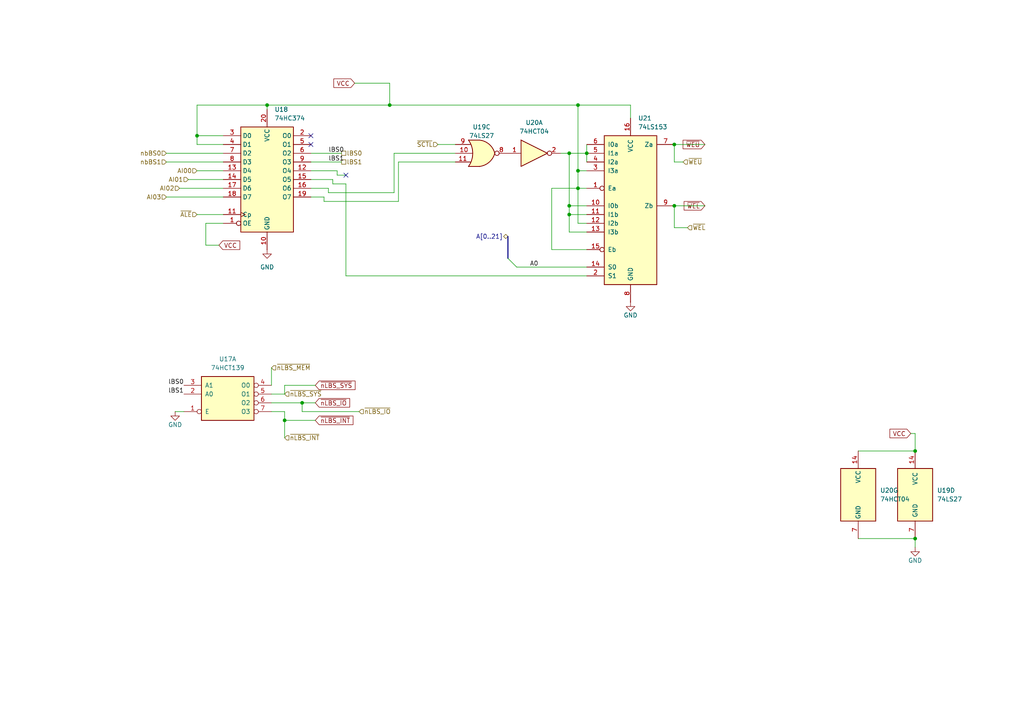
<source format=kicad_sch>
(kicad_sch (version 20250114) (generator "eeschema") (generator_version "9.0")
  (paper "A4")
  (lib_symbols
    (symbol "74xx:74HC374"
      (property "Reference" "U" (at -7.62 16.51 0))
      (property "Value" "74HC374" (at -7.62 -16.51 0))
      (symbol "74HC374_1_0"
        (pin input line (at -12.7 12.7 0) (length 5.08) (name "D0") (number "3"))
        (pin input line (at -12.7 10.16 0) (length 5.08) (name "D1") (number "4"))
        (pin input line (at -12.7 7.62 0) (length 5.08) (name "D2") (number "7"))
        (pin input line (at -12.7 5.08 0) (length 5.08) (name "D3") (number "8"))
        (pin input line (at -12.7 2.54 0) (length 5.08) (name "D4") (number "13"))
        (pin input line (at -12.7 0 0) (length 5.08) (name "D5") (number "14"))
        (pin input line (at -12.7 -2.54 0) (length 5.08) (name "D6") (number "17"))
        (pin input line (at -12.7 -5.08 0) (length 5.08) (name "D7") (number "18"))
        (pin input clock (at -12.7 -10.16 0) (length 5.08) (name "Cp") (number "11"))
        (pin input inverted (at -12.7 -12.7 0) (length 5.08) (name "OE") (number "1"))
        (pin power_in line (at 0 20.32 270) (length 5.08) (name "VCC") (number "20"))
        (pin power_in line (at 0 -20.32 90) (length 5.08) (name "GND") (number "10"))
        (pin tri_state line (at 12.7 12.7 180) (length 5.08) (name "O0") (number "2"))
        (pin tri_state line (at 12.7 10.16 180) (length 5.08) (name "O1") (number "5"))
        (pin tri_state line (at 12.7 7.62 180) (length 5.08) (name "O2") (number "6"))
        (pin tri_state line (at 12.7 5.08 180) (length 5.08) (name "O3") (number "9"))
        (pin tri_state line (at 12.7 2.54 180) (length 5.08) (name "O4") (number "12"))
        (pin tri_state line (at 12.7 0 180) (length 5.08) (name "O5") (number "15"))
        (pin tri_state line (at 12.7 -2.54 180) (length 5.08) (name "O6") (number "16"))
        (pin tri_state line (at 12.7 -5.08 180) (length 5.08) (name "O7") (number "19"))
      )
      (symbol "74HC374_1_1"
        (rectangle (start -7.62 15.24) (end 7.62 -15.24) (stroke (width 0.254)) (fill (type background)))
      )
    )
    (symbol "74xx:74HCT04"
      (property "Reference" "U" (at 0 1.27 0))
      (property "Value" "74HCT04" (at 0 -1.27 0))
      (symbol "74HCT04_1_0"
        (polyline (pts (xy -3.81 3.81) (xy -3.81 -3.81) (xy 3.81 0) (xy -3.81 3.81)) (stroke (width 0.254)) (fill (type background)))
        (pin input line (at -7.62 0 0) (length 3.81) (name "~") (number "1"))
        (pin output inverted (at 7.62 0 180) (length 3.81) (name "~") (number "2"))
      )
      (symbol "74HCT04_2_0"
        (polyline (pts (xy -3.81 3.81) (xy -3.81 -3.81) (xy 3.81 0) (xy -3.81 3.81)) (stroke (width 0.254)) (fill (type background)))
        (pin input line (at -7.62 0 0) (length 3.81) (name "~") (number "3"))
        (pin output inverted (at 7.62 0 180) (length 3.81) (name "~") (number "4"))
      )
      (symbol "74HCT04_3_0"
        (polyline (pts (xy -3.81 3.81) (xy -3.81 -3.81) (xy 3.81 0) (xy -3.81 3.81)) (stroke (width 0.254)) (fill (type background)))
        (pin input line (at -7.62 0 0) (length 3.81) (name "~") (number "5"))
        (pin output inverted (at 7.62 0 180) (length 3.81) (name "~") (number "6"))
      )
      (symbol "74HCT04_4_0"
        (polyline (pts (xy -3.81 3.81) (xy -3.81 -3.81) (xy 3.81 0) (xy -3.81 3.81)) (stroke (width 0.254)) (fill (type background)))
        (pin input line (at -7.62 0 0) (length 3.81) (name "~") (number "9"))
        (pin output inverted (at 7.62 0 180) (length 3.81) (name "~") (number "8"))
      )
      (symbol "74HCT04_5_0"
        (polyline (pts (xy -3.81 3.81) (xy -3.81 -3.81) (xy 3.81 0) (xy -3.81 3.81)) (stroke (width 0.254)) (fill (type background)))
        (pin input line (at -7.62 0 0) (length 3.81) (name "~") (number "11"))
        (pin output inverted (at 7.62 0 180) (length 3.81) (name "~") (number "10"))
      )
      (symbol "74HCT04_6_0"
        (polyline (pts (xy -3.81 3.81) (xy -3.81 -3.81) (xy 3.81 0) (xy -3.81 3.81)) (stroke (width 0.254)) (fill (type background)))
        (pin input line (at -7.62 0 0) (length 3.81) (name "~") (number "13"))
        (pin output inverted (at 7.62 0 180) (length 3.81) (name "~") (number "12"))
      )
      (symbol "74HCT04_7_0"
        (pin power_in line (at 0 12.7 270) (length 5.08) (name "VCC") (number "14"))
        (pin power_in line (at 0 -12.7 90) (length 5.08) (name "GND") (number "7"))
      )
      (symbol "74HCT04_7_1"
        (rectangle (start -5.08 7.62) (end 5.08 -7.62) (stroke (width 0.254)) (fill (type background)))
      )
    )
    (symbol "74xx:74LS139" (pin_names (offset 1.016))
      (property "Reference" "U" (at -7.62 8.89 0))
      (property "Value" "74LS139" (at -7.62 -8.89 0))
      (symbol "74LS139_1_0"
        (pin input line (at -12.7 2.54 0) (length 5.08) (name "A1") (number "3"))
        (pin input line (at -12.7 0 0) (length 5.08) (name "A0") (number "2"))
        (pin input inverted (at -12.7 -5.08 0) (length 5.08) (name "E") (number "1"))
        (pin output inverted (at 12.7 2.54 180) (length 5.08) (name "O0") (number "4"))
        (pin output inverted (at 12.7 0 180) (length 5.08) (name "O1") (number "5"))
        (pin output inverted (at 12.7 -2.54 180) (length 5.08) (name "O2") (number "6"))
        (pin output inverted (at 12.7 -5.08 180) (length 5.08) (name "O3") (number "7"))
      )
      (symbol "74LS139_1_1"
        (rectangle (start -7.62 5.08) (end 7.62 -7.62) (stroke (width 0.254)) (fill (type background)))
      )
      (symbol "74LS139_2_0"
        (pin input line (at -12.7 2.54 0) (length 5.08) (name "A1") (number "13"))
        (pin input line (at -12.7 0 0) (length 5.08) (name "A0") (number "14"))
        (pin input inverted (at -12.7 -5.08 0) (length 5.08) (name "E") (number "15"))
        (pin output inverted (at 12.7 2.54 180) (length 5.08) (name "O0") (number "12"))
        (pin output inverted (at 12.7 0 180) (length 5.08) (name "O1") (number "11"))
        (pin output inverted (at 12.7 -2.54 180) (length 5.08) (name "O2") (number "10"))
        (pin output inverted (at 12.7 -5.08 180) (length 5.08) (name "O3") (number "9"))
      )
      (symbol "74LS139_2_1"
        (rectangle (start -7.62 5.08) (end 7.62 -7.62) (stroke (width 0.254)) (fill (type background)))
      )
      (symbol "74LS139_3_0"
        (pin power_in line (at 0 12.7 270) (length 5.08) (name "VCC") (number "16"))
        (pin power_in line (at 0 -12.7 90) (length 5.08) (name "GND") (number "8"))
      )
      (symbol "74LS139_3_1"
        (rectangle (start -5.08 7.62) (end 5.08 -7.62) (stroke (width 0.254)) (fill (type background)))
      )
    )
    (symbol "74xx:74LS153" (pin_names (offset 1.016))
      (property "Reference" "U" (at -7.62 21.59 0))
      (property "Value" "74LS153" (at -7.62 -24.13 0))
      (symbol "74LS153_1_0"
        (pin input line (at -12.7 17.78 0) (length 5.08) (name "I0a") (number "6"))
        (pin input line (at -12.7 15.24 0) (length 5.08) (name "I1a") (number "5"))
        (pin input line (at -12.7 12.7 0) (length 5.08) (name "I2a") (number "4"))
        (pin input line (at -12.7 10.16 0) (length 5.08) (name "I3a") (number "3"))
        (pin input inverted (at -12.7 5.08 0) (length 5.08) (name "Ea") (number "1"))
        (pin input line (at -12.7 0 0) (length 5.08) (name "I0b") (number "10"))
        (pin input line (at -12.7 -2.54 0) (length 5.08) (name "I1b") (number "11"))
        (pin input line (at -12.7 -5.08 0) (length 5.08) (name "I2b") (number "12"))
        (pin input line (at -12.7 -7.62 0) (length 5.08) (name "I3b") (number "13"))
        (pin input inverted (at -12.7 -12.7 0) (length 5.08) (name "Eb") (number "15"))
        (pin input line (at -12.7 -17.78 0) (length 5.08) (name "S0") (number "14"))
        (pin input line (at -12.7 -20.32 0) (length 5.08) (name "S1") (number "2"))
        (pin power_in line (at 0 25.4 270) (length 5.08) (name "VCC") (number "16"))
        (pin power_in line (at 0 -27.94 90) (length 5.08) (name "GND") (number "8"))
        (pin output line (at 12.7 17.78 180) (length 5.08) (name "Za") (number "7"))
        (pin output line (at 12.7 0 180) (length 5.08) (name "Zb") (number "9"))
      )
      (symbol "74LS153_1_1"
        (rectangle (start -7.62 20.32) (end 7.62 -22.86) (stroke (width 0.254)) (fill (type background)))
      )
    )
    (symbol "74xx:74LS27" (pin_names (offset 1.016))
      (property "Reference" "U" (at 0 1.27 0))
      (property "Value" "74LS27" (at 0 -1.27 0))
      (symbol "74LS27_1_1"
        (arc (start -3.81 3.81) (mid -2.589 0) (end -3.81 -3.81) (stroke (width 0.254)))
        (polyline (pts (xy -3.81 3.81) (xy -0.635 3.81)) (stroke (width 0.254)) (fill (type background)))
        (polyline (pts (xy -3.81 -3.81) (xy -0.635 -3.81)) (stroke (width 0.254)) (fill (type background)))
        (arc (start 3.81 0) (mid 2.1855 -2.584) (end -0.6096 -3.81) (stroke (width 0.254)) (fill (type background)))
        (arc (start -0.6096 3.81) (mid 2.1928 2.5924) (end 3.81 0) (stroke (width 0.254)) (fill (type background)))
        (polyline (pts (xy -0.635 3.81) (xy -3.81 3.81) (xy -3.81 3.81) (xy -3.556 3.4036) (xy -3.0226 2.2606) (xy -2.6924 1.0414) (xy -2.6162 -0.254) (xy -2.7686 -1.4986) (xy -3.175 -2.7178) (xy -3.81 -3.81) (xy -3.81 -3.81) (xy -0.635 -3.81)) (stroke (width -25.4)) (fill (type background)))
        (pin input line (at -7.62 2.54 0) (length 4.318) (name "~") (number "1"))
        (pin input line (at -7.62 0 0) (length 4.953) (name "~") (number "2"))
        (pin input line (at -7.62 -2.54 0) (length 4.318) (name "~") (number "13"))
        (pin output inverted (at 7.62 0 180) (length 3.81) (name "~") (number "12"))
      )
      (symbol "74LS27_1_2"
        (arc (start 0 3.81) (mid 3.7934 0) (end 0 -3.81) (stroke (width 0.254)) (fill (type background)))
        (polyline (pts (xy 0 3.81) (xy -3.81 3.81) (xy -3.81 -3.81) (xy 0 -3.81)) (stroke (width 0.254)) (fill (type background)))
        (pin input inverted (at -7.62 2.54 0) (length 3.81) (name "~") (number "1"))
        (pin input inverted (at -7.62 0 0) (length 3.81) (name "~") (number "2"))
        (pin input inverted (at -7.62 -2.54 0) (length 3.81) (name "~") (number "13"))
        (pin output line (at 7.62 0 180) (length 3.81) (name "~") (number "12"))
      )
      (symbol "74LS27_2_1"
        (arc (start -3.81 3.81) (mid -2.589 0) (end -3.81 -3.81) (stroke (width 0.254)))
        (polyline (pts (xy -3.81 3.81) (xy -0.635 3.81)) (stroke (width 0.254)) (fill (type background)))
        (polyline (pts (xy -3.81 -3.81) (xy -0.635 -3.81)) (stroke (width 0.254)) (fill (type background)))
        (arc (start 3.81 0) (mid 2.1855 -2.584) (end -0.6096 -3.81) (stroke (width 0.254)) (fill (type background)))
        (arc (start -0.6096 3.81) (mid 2.1928 2.5924) (end 3.81 0) (stroke (width 0.254)) (fill (type background)))
        (polyline (pts (xy -0.635 3.81) (xy -3.81 3.81) (xy -3.81 3.81) (xy -3.556 3.4036) (xy -3.0226 2.2606) (xy -2.6924 1.0414) (xy -2.6162 -0.254) (xy -2.7686 -1.4986) (xy -3.175 -2.7178) (xy -3.81 -3.81) (xy -3.81 -3.81) (xy -0.635 -3.81)) (stroke (width -25.4)) (fill (type background)))
        (pin input line (at -7.62 2.54 0) (length 4.318) (name "~") (number "3"))
        (pin input line (at -7.62 0 0) (length 4.953) (name "~") (number "4"))
        (pin input line (at -7.62 -2.54 0) (length 4.318) (name "~") (number "5"))
        (pin output inverted (at 7.62 0 180) (length 3.81) (name "~") (number "6"))
      )
      (symbol "74LS27_2_2"
        (arc (start 0 3.81) (mid 3.7934 0) (end 0 -3.81) (stroke (width 0.254)) (fill (type background)))
        (polyline (pts (xy 0 3.81) (xy -3.81 3.81) (xy -3.81 -3.81) (xy 0 -3.81)) (stroke (width 0.254)) (fill (type background)))
        (pin input inverted (at -7.62 2.54 0) (length 3.81) (name "~") (number "3"))
        (pin input inverted (at -7.62 0 0) (length 3.81) (name "~") (number "4"))
        (pin input inverted (at -7.62 -2.54 0) (length 3.81) (name "~") (number "5"))
        (pin output line (at 7.62 0 180) (length 3.81) (name "~") (number "6"))
      )
      (symbol "74LS27_3_1"
        (arc (start -3.81 3.81) (mid -2.589 0) (end -3.81 -3.81) (stroke (width 0.254)))
        (polyline (pts (xy -3.81 3.81) (xy -0.635 3.81)) (stroke (width 0.254)) (fill (type background)))
        (polyline (pts (xy -3.81 -3.81) (xy -0.635 -3.81)) (stroke (width 0.254)) (fill (type background)))
        (arc (start 3.81 0) (mid 2.1855 -2.584) (end -0.6096 -3.81) (stroke (width 0.254)) (fill (type background)))
        (arc (start -0.6096 3.81) (mid 2.1928 2.5924) (end 3.81 0) (stroke (width 0.254)) (fill (type background)))
        (polyline (pts (xy -0.635 3.81) (xy -3.81 3.81) (xy -3.81 3.81) (xy -3.556 3.4036) (xy -3.0226 2.2606) (xy -2.6924 1.0414) (xy -2.6162 -0.254) (xy -2.7686 -1.4986) (xy -3.175 -2.7178) (xy -3.81 -3.81) (xy -3.81 -3.81) (xy -0.635 -3.81)) (stroke (width -25.4)) (fill (type background)))
        (pin input line (at -7.62 2.54 0) (length 4.318) (name "~") (number "9"))
        (pin input line (at -7.62 0 0) (length 4.953) (name "~") (number "10"))
        (pin input line (at -7.62 -2.54 0) (length 4.318) (name "~") (number "11"))
        (pin output inverted (at 7.62 0 180) (length 3.81) (name "~") (number "8"))
      )
      (symbol "74LS27_3_2"
        (arc (start 0 3.81) (mid 3.7934 0) (end 0 -3.81) (stroke (width 0.254)) (fill (type background)))
        (polyline (pts (xy 0 3.81) (xy -3.81 3.81) (xy -3.81 -3.81) (xy 0 -3.81)) (stroke (width 0.254)) (fill (type background)))
        (pin input inverted (at -7.62 2.54 0) (length 3.81) (name "~") (number "9"))
        (pin input inverted (at -7.62 0 0) (length 3.81) (name "~") (number "10"))
        (pin input inverted (at -7.62 -2.54 0) (length 3.81) (name "~") (number "11"))
        (pin output line (at 7.62 0 180) (length 3.81) (name "~") (number "8"))
      )
      (symbol "74LS27_4_0"
        (pin power_in line (at 0 12.7 270) (length 5.08) (name "VCC") (number "14"))
        (pin power_in line (at 0 -12.7 90) (length 5.08) (name "GND") (number "7"))
      )
      (symbol "74LS27_4_1"
        (rectangle (start -5.08 7.62) (end 5.08 -7.62) (stroke (width 0.254)) (fill (type background)))
      )
    )
    (symbol "power:GND" (power) (pin_numbers (hide yes)) (pin_names (offset 0) (hide yes))
      (property "Value" "GND" (at 0 -3.81 0))
      (symbol "GND_0_1"
        (polyline (pts (xy 0 0) (xy 0 -1.27) (xy 1.27 -1.27) (xy 0 -2.54) (xy -1.27 -1.27) (xy 0 -1.27)))
      )
      (symbol "GND_1_1"
        (pin power_in line (at 0 0 270) (length 0) (name "~") (number "1"))
      )
    )
  )
  (junction (at 165.1 59.69))
  (junction (at 167.64 30.48))
  (junction (at 170.18 44.45))
  (junction (at 165.1 62.23))
  (junction (at 57.15 39.37))
  (junction (at 87.63 116.84))
  (junction (at 82.55 121.92))
  (junction (at 265.43 130.81))
  (junction (at 265.43 156.21))
  (junction (at 195.58 59.69))
  (junction (at 165.1 44.45))
  (junction (at 195.58 41.91))
  (junction (at 77.47 30.48))
  (junction (at 113.03 30.48))
  (junction (at 167.64 49.53))
  (junction (at 167.64 54.61))
  (no_connect (at 100.33 50.8))
  (no_connect (at 90.17 41.91))
  (no_connect (at 90.17 39.37))
  (bus_entry (at 147.32 74.93) (size 2.54 2.54))
  (wire (pts (xy 48.26 57.15) (xy 64.77 57.15)))
  (wire (pts (xy 82.55 119.38) (xy 82.55 121.92)))
  (wire (pts (xy 127 41.91) (xy 132.08 41.91)))
  (wire (pts (xy 82.55 121.92) (xy 91.44 121.92)))
  (wire (pts (xy 167.64 30.48) (xy 182.88 30.48)))
  (wire (pts (xy 248.92 130.81) (xy 265.43 130.81)))
  (wire (pts (xy 77.47 30.48) (xy 113.03 30.48)))
  (wire (pts (xy 59.69 64.77) (xy 59.69 71.12)))
  (wire (pts (xy 78.74 119.38) (xy 82.55 119.38)))
  (wire (pts (xy 97.79 50.8) (xy 100.33 50.8)))
  (wire (pts (xy 48.26 46.99) (xy 64.77 46.99)))
  (wire (pts (xy 52.07 54.61) (xy 64.77 54.61)))
  (wire (pts (xy 95.25 54.61) (xy 95.25 55.88)))
  (wire (pts (xy 64.77 64.77) (xy 59.69 64.77)))
  (wire (pts (xy 57.15 41.91) (xy 64.77 41.91)))
  (wire (pts (xy 162.56 44.45) (xy 165.1 44.45)))
  (wire (pts (xy 96.52 52.07) (xy 96.52 53.34)))
  (wire (pts (xy 90.17 57.15) (xy 93.98 57.15)))
  (wire (pts (xy 102.87 24.13) (xy 113.03 24.13)))
  (wire (pts (xy 100.33 53.34) (xy 100.33 80.01)))
  (wire (pts (xy 78.74 116.84) (xy 87.63 116.84)))
  (wire (pts (xy 115.57 46.99) (xy 132.08 46.99)))
  (wire (pts (xy 59.69 71.12) (xy 63.5 71.12)))
  (wire (pts (xy 50.8 119.38) (xy 53.34 119.38)))
  (wire (pts (xy 167.64 49.53) (xy 170.18 49.53)))
  (wire (pts (xy 57.15 62.23) (xy 64.77 62.23)))
  (wire (pts (xy 97.79 49.53) (xy 97.79 50.8)))
  (wire (pts (xy 195.58 59.69) (xy 204.47 59.69)))
  (wire (pts (xy 165.1 59.69) (xy 165.1 62.23)))
  (wire (pts (xy 48.26 44.45) (xy 64.77 44.45)))
  (wire (pts (xy 195.58 46.99) (xy 195.58 41.91)))
  (wire (pts (xy 54.61 52.07) (xy 64.77 52.07)))
  (wire (pts (xy 90.17 44.45) (xy 99.06 44.45)))
  (wire (pts (xy 113.03 24.13) (xy 113.03 30.48)))
  (wire (pts (xy 165.1 44.45) (xy 165.1 59.69)))
  (wire (pts (xy 77.47 30.48) (xy 57.15 30.48)))
  (wire (pts (xy 198.12 46.99) (xy 195.58 46.99)))
  (wire (pts (xy 170.18 44.45) (xy 170.18 46.99)))
  (wire (pts (xy 82.55 114.3) (xy 82.55 111.76)))
  (wire (pts (xy 265.43 125.73) (xy 265.43 130.81)))
  (wire (pts (xy 82.55 111.76) (xy 91.44 111.76)))
  (wire (pts (xy 87.63 116.84) (xy 87.63 119.38)))
  (wire (pts (xy 195.58 41.91) (xy 204.47 41.91)))
  (wire (pts (xy 100.33 80.01) (xy 170.18 80.01)))
  (wire (pts (xy 90.17 54.61) (xy 95.25 54.61)))
  (wire (pts (xy 82.55 121.92) (xy 82.55 127)))
  (wire (pts (xy 57.15 39.37) (xy 57.15 41.91)))
  (wire (pts (xy 170.18 54.61) (xy 167.64 54.61)))
  (wire (pts (xy 77.47 31.75) (xy 77.47 30.48)))
  (wire (pts (xy 167.64 54.61) (xy 167.64 64.77)))
  (wire (pts (xy 57.15 30.48) (xy 57.15 39.37)))
  (wire (pts (xy 160.02 72.39) (xy 170.18 72.39)))
  (wire (pts (xy 115.57 58.42) (xy 115.57 46.99)))
  (wire (pts (xy 165.1 62.23) (xy 165.1 67.31)))
  (wire (pts (xy 149.86 77.47) (xy 170.18 77.47)))
  (wire (pts (xy 96.52 53.34) (xy 100.33 53.34)))
  (wire (pts (xy 195.58 66.04) (xy 195.58 59.69)))
  (wire (pts (xy 95.25 55.88) (xy 114.3 55.88)))
  (wire (pts (xy 93.98 58.42) (xy 115.57 58.42)))
  (wire (pts (xy 170.18 59.69) (xy 165.1 59.69)))
  (wire (pts (xy 248.92 156.21) (xy 265.43 156.21)))
  (wire (pts (xy 87.63 116.84) (xy 91.44 116.84)))
  (wire (pts (xy 57.15 49.53) (xy 64.77 49.53)))
  (wire (pts (xy 170.18 41.91) (xy 170.18 44.45)))
  (wire (pts (xy 87.63 119.38) (xy 104.14 119.38)))
  (wire (pts (xy 170.18 64.77) (xy 167.64 64.77)))
  (wire (pts (xy 165.1 67.31) (xy 170.18 67.31)))
  (wire (pts (xy 90.17 49.53) (xy 97.79 49.53)))
  (wire (pts (xy 114.3 55.88) (xy 114.3 44.45)))
  (wire (pts (xy 90.17 46.99) (xy 99.06 46.99)))
  (wire (pts (xy 57.15 39.37) (xy 64.77 39.37)))
  (wire (pts (xy 199.39 66.04) (xy 195.58 66.04)))
  (wire (pts (xy 264.16 125.73) (xy 265.43 125.73)))
  (wire (pts (xy 165.1 62.23) (xy 170.18 62.23)))
  (wire (pts (xy 167.64 54.61) (xy 160.02 54.61)))
  (wire (pts (xy 78.74 114.3) (xy 82.55 114.3)))
  (wire (pts (xy 93.98 58.42) (xy 93.98 57.15)))
  (wire (pts (xy 167.64 49.53) (xy 167.64 54.61)))
  (wire (pts (xy 182.88 30.48) (xy 182.88 34.29)))
  (wire (pts (xy 265.43 158.75) (xy 265.43 156.21)))
  (wire (pts (xy 160.02 54.61) (xy 160.02 72.39)))
  (wire (pts (xy 113.03 30.48) (xy 167.64 30.48)))
  (wire (pts (xy 114.3 44.45) (xy 132.08 44.45)))
  (wire (pts (xy 165.1 44.45) (xy 170.18 44.45)))
  (bus (pts (xy 147.32 68.58) (xy 147.32 74.93)))
  (wire (pts (xy 167.64 30.48) (xy 167.64 49.53)))
  (wire (pts (xy 78.74 106.68) (xy 78.74 111.76)))
  (wire (pts (xy 90.17 52.07) (xy 96.52 52.07)))
  (label "lBS0" (at 95.25 44.45 0))
  (label "A0" (at 153.67 77.47 0))
  (label "lBS1" (at 53.34 114.3 180))
  (label "lBS0" (at 53.34 111.76 180))
  (label "lBS1" (at 95.25 46.99 0))
  (global_label "~{WEU}" (shape input) (at 204.47 41.91 180) (property "Intersheetrefs" "${INTERSHEET_REFS}" (effects (hide yes))))
  (global_label "VCC" (shape input) (at 63.5 71.12 0) (property "Intersheetrefs" "${INTERSHEET_REFS}" (effects (hide yes))))
  (global_label "VCC" (shape input) (at 102.87 24.13 180) (property "Intersheetrefs" "${INTERSHEET_REFS}" (effects (hide yes))))
  (global_label "~{nLBS_SYS}" (shape input) (at 91.44 111.76 0) (property "Intersheetrefs" "${INTERSHEET_REFS}" (effects (hide yes))))
  (global_label "VCC" (shape input) (at 264.16 125.73 180) (property "Intersheetrefs" "${INTERSHEET_REFS}" (effects (hide yes))))
  (global_label "~{WEL}" (shape input) (at 204.47 59.69 180) (property "Intersheetrefs" "${INTERSHEET_REFS}" (effects (hide yes))))
  (global_label "~{nLBS_IO}" (shape input) (at 91.44 116.84 0) (property "Intersheetrefs" "${INTERSHEET_REFS}" (effects (hide yes))))
  (global_label "~{nLBS_INT}" (shape input) (at 91.44 121.92 0) (property "Intersheetrefs" "${INTERSHEET_REFS}" (effects (hide yes))))
  (hierarchical_label "~{nLBS_SYS}" (shape input) (at 82.55 114.3 0))
  (hierarchical_label "nbBS0" (shape input) (at 48.26 44.45 180))
  (hierarchical_label "~{nLBS_MEM}" (shape input) (at 78.74 106.68 0))
  (hierarchical_label "~{WEL}" (shape input) (at 199.39 66.04 0))
  (hierarchical_label "AI03" (shape input) (at 48.26 57.15 180))
  (hierarchical_label "A[0..21]" (shape bidirectional) (at 147.32 68.58 180))
  (hierarchical_label "~{nLBS_INT}" (shape input) (at 82.55 127 0))
  (hierarchical_label "lBS1" (shape passive) (at 99.06 46.99 0))
  (hierarchical_label "~{WEU}" (shape input) (at 198.12 46.99 0))
  (hierarchical_label "nbBS1" (shape input) (at 48.26 46.99 180))
  (hierarchical_label "AI00" (shape input) (at 57.15 49.53 180))
  (hierarchical_label "~{SCTL}" (shape input) (at 127 41.91 180))
  (hierarchical_label "AI02" (shape input) (at 52.07 54.61 180))
  (hierarchical_label "~{ALE}" (shape input) (at 57.15 62.23 180))
  (hierarchical_label "lBS0" (shape passive) (at 99.06 44.45 0))
  (hierarchical_label "~{nLBS_IO}" (shape input) (at 104.14 119.38 0))
  (hierarchical_label "AI01" (shape input) (at 54.61 52.07 180))
  (symbol (lib_id "74xx:74LS27") (at 139.7 44.45 0) (unit 3)
    (property "Reference" "U19" (at 139.7 36.83 0))
    (property "Value" "74LS27" (at 139.7 39.37 0))
    (property "Datasheet" "http://www.ti.com/lit/gpn/sn74LS27" (effects (hide yes)))
  )
  (symbol (lib_id "74xx:74LS153") (at 182.88 59.69 0) (unit 1)
    (property "Reference" "U21" (at 185.0741 34.29 0) (effects (justify left)))
    (property "Value" "74LS153" (at 185.0741 36.83 0) (effects (justify left)))
    (property "Datasheet" "http://www.ti.com/lit/gpn/sn74LS153" (effects (hide yes)))
  )
  (symbol (lib_id "74xx:74HCT04") (at 154.94 44.45 0) (unit 1)
    (property "Reference" "U20" (at 154.94 35.56 0))
    (property "Value" "74HCT04" (at 154.94 38.1 0))
    (property "Datasheet" "https://assets.nexperia.com/documents/data-sheet/74HC_HCT04.pdf" (effects (hide yes)))
  )
  (symbol (lib_id "power:GND") (at 182.88 87.63 0) (unit 1)
    (property "Reference" "#PWR061" (effects (hide yes)))
    (property "Value" "GND" (at 182.88 91.44 0))
    (property "Description" "Power symbol creates a global label with name \"GND\" , ground" (effects (hide yes)))
  )
  (symbol (lib_id "power:GND") (at 50.8 119.38 0) (unit 1)
    (property "Reference" "#PWR059" (effects (hide yes)))
    (property "Value" "GND" (at 50.8 123.19 0))
    (property "Description" "Power symbol creates a global label with name \"GND\" , ground" (effects (hide yes)))
  )
  (symbol (lib_id "74xx:74HCT04") (at 248.92 143.51 0) (unit 7)
    (property "Reference" "U20" (at 255.27 142.2399 0) (effects (justify left)))
    (property "Value" "74HCT04" (at 255.27 144.7799 0) (effects (justify left)))
    (property "Datasheet" "https://assets.nexperia.com/documents/data-sheet/74HC_HCT04.pdf" (effects (hide yes)))
  )
  (symbol (lib_id "74xx:74HC374") (at 77.47 52.07 0) (unit 1)
    (property "Reference" "U18" (at 79.6133 31.75 0) (effects (justify left)))
    (property "Value" "74HC374" (at 79.6133 34.29 0) (effects (justify left)))
    (property "Datasheet" "https://www.ti.com/lit/ds/symlink/cd74hct374.pdf" (effects (hide yes)))
    (property "Description" "8-bit Register, 3-state outputs" (effects (hide yes)))
  )
  (symbol (lib_id "power:GND") (at 265.43 158.75 0) (unit 1)
    (property "Reference" "#PWR062" (effects (hide yes)))
    (property "Value" "GND" (at 265.43 162.56 0))
    (property "Description" "Power symbol creates a global label with name \"GND\" , ground" (effects (hide yes)))
  )
  (symbol (lib_id "74xx:74LS27") (at 265.43 143.51 0) (unit 4)
    (property "Reference" "U19" (at 271.78 142.2399 0) (effects (justify left)))
    (property "Value" "74LS27" (at 271.78 144.7799 0) (effects (justify left)))
    (property "Datasheet" "http://www.ti.com/lit/gpn/sn74LS27" (effects (hide yes)))
  )
  (symbol (lib_id "74xx:74LS139") (at 66.04 114.3 0) (unit 1)
    (property "Reference" "U17" (at 66.04 104.14 0))
    (property "Value" "74HCT139" (at 66.04 106.68 0))
    (property "Datasheet" "http://www.ti.com/lit/ds/symlink/sn74ls139a.pdf" (effects (hide yes)))
  )
  (symbol (lib_id "power:GND") (at 77.47 72.39 0) (unit 1)
    (property "Reference" "#PWR060" (effects (hide yes)))
    (property "Value" "GND" (at 77.47 77.47 0))
    (property "Description" "Power symbol creates a global label with name \"GND\" , ground" (effects (hide yes)))
  )
)
</source>
